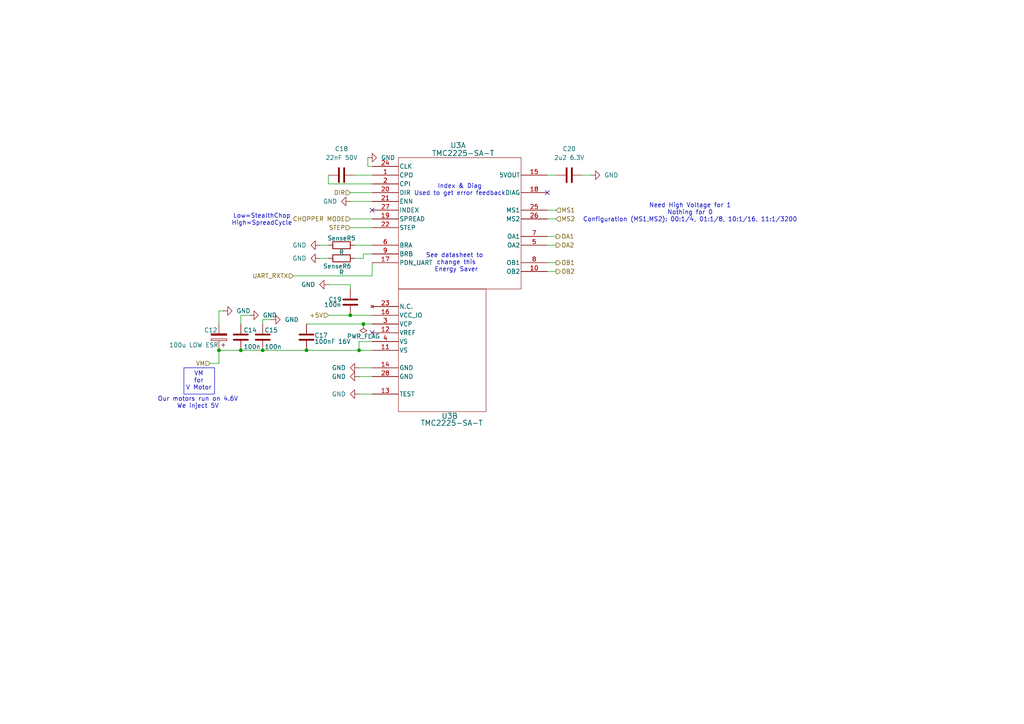
<source format=kicad_sch>
(kicad_sch
	(version 20250114)
	(generator "eeschema")
	(generator_version "9.0")
	(uuid "cc13ac95-f434-4b7d-b80d-62272547d9b9")
	(paper "A4")
	(lib_symbols
		(symbol "Device:C"
			(pin_numbers
				(hide yes)
			)
			(pin_names
				(offset 0.254)
			)
			(exclude_from_sim no)
			(in_bom yes)
			(on_board yes)
			(property "Reference" "C"
				(at 0.635 2.54 0)
				(effects
					(font
						(size 1.27 1.27)
					)
					(justify left)
				)
			)
			(property "Value" "C"
				(at 0.635 -2.54 0)
				(effects
					(font
						(size 1.27 1.27)
					)
					(justify left)
				)
			)
			(property "Footprint" ""
				(at 0.9652 -3.81 0)
				(effects
					(font
						(size 1.27 1.27)
					)
					(hide yes)
				)
			)
			(property "Datasheet" "~"
				(at 0 0 0)
				(effects
					(font
						(size 1.27 1.27)
					)
					(hide yes)
				)
			)
			(property "Description" "Unpolarized capacitor"
				(at 0 0 0)
				(effects
					(font
						(size 1.27 1.27)
					)
					(hide yes)
				)
			)
			(property "ki_keywords" "cap capacitor"
				(at 0 0 0)
				(effects
					(font
						(size 1.27 1.27)
					)
					(hide yes)
				)
			)
			(property "ki_fp_filters" "C_*"
				(at 0 0 0)
				(effects
					(font
						(size 1.27 1.27)
					)
					(hide yes)
				)
			)
			(symbol "C_0_1"
				(polyline
					(pts
						(xy -2.032 0.762) (xy 2.032 0.762)
					)
					(stroke
						(width 0.508)
						(type default)
					)
					(fill
						(type none)
					)
				)
				(polyline
					(pts
						(xy -2.032 -0.762) (xy 2.032 -0.762)
					)
					(stroke
						(width 0.508)
						(type default)
					)
					(fill
						(type none)
					)
				)
			)
			(symbol "C_1_1"
				(pin passive line
					(at 0 3.81 270)
					(length 2.794)
					(name "~"
						(effects
							(font
								(size 1.27 1.27)
							)
						)
					)
					(number "1"
						(effects
							(font
								(size 1.27 1.27)
							)
						)
					)
				)
				(pin passive line
					(at 0 -3.81 90)
					(length 2.794)
					(name "~"
						(effects
							(font
								(size 1.27 1.27)
							)
						)
					)
					(number "2"
						(effects
							(font
								(size 1.27 1.27)
							)
						)
					)
				)
			)
			(embedded_fonts no)
		)
		(symbol "Device:C_Polarized"
			(pin_numbers
				(hide yes)
			)
			(pin_names
				(offset 0.254)
			)
			(exclude_from_sim no)
			(in_bom yes)
			(on_board yes)
			(property "Reference" "C"
				(at 0.635 2.54 0)
				(effects
					(font
						(size 1.27 1.27)
					)
					(justify left)
				)
			)
			(property "Value" "C_Polarized"
				(at 0.635 -2.54 0)
				(effects
					(font
						(size 1.27 1.27)
					)
					(justify left)
				)
			)
			(property "Footprint" ""
				(at 0.9652 -3.81 0)
				(effects
					(font
						(size 1.27 1.27)
					)
					(hide yes)
				)
			)
			(property "Datasheet" "~"
				(at 0 0 0)
				(effects
					(font
						(size 1.27 1.27)
					)
					(hide yes)
				)
			)
			(property "Description" "Polarized capacitor"
				(at 0 0 0)
				(effects
					(font
						(size 1.27 1.27)
					)
					(hide yes)
				)
			)
			(property "ki_keywords" "cap capacitor"
				(at 0 0 0)
				(effects
					(font
						(size 1.27 1.27)
					)
					(hide yes)
				)
			)
			(property "ki_fp_filters" "CP_*"
				(at 0 0 0)
				(effects
					(font
						(size 1.27 1.27)
					)
					(hide yes)
				)
			)
			(symbol "C_Polarized_0_1"
				(rectangle
					(start -2.286 0.508)
					(end 2.286 1.016)
					(stroke
						(width 0)
						(type default)
					)
					(fill
						(type none)
					)
				)
				(polyline
					(pts
						(xy -1.778 2.286) (xy -0.762 2.286)
					)
					(stroke
						(width 0)
						(type default)
					)
					(fill
						(type none)
					)
				)
				(polyline
					(pts
						(xy -1.27 2.794) (xy -1.27 1.778)
					)
					(stroke
						(width 0)
						(type default)
					)
					(fill
						(type none)
					)
				)
				(rectangle
					(start 2.286 -0.508)
					(end -2.286 -1.016)
					(stroke
						(width 0)
						(type default)
					)
					(fill
						(type outline)
					)
				)
			)
			(symbol "C_Polarized_1_1"
				(pin passive line
					(at 0 3.81 270)
					(length 2.794)
					(name "~"
						(effects
							(font
								(size 1.27 1.27)
							)
						)
					)
					(number "1"
						(effects
							(font
								(size 1.27 1.27)
							)
						)
					)
				)
				(pin passive line
					(at 0 -3.81 90)
					(length 2.794)
					(name "~"
						(effects
							(font
								(size 1.27 1.27)
							)
						)
					)
					(number "2"
						(effects
							(font
								(size 1.27 1.27)
							)
						)
					)
				)
			)
			(embedded_fonts no)
		)
		(symbol "Device:R"
			(pin_numbers
				(hide yes)
			)
			(pin_names
				(offset 0)
			)
			(exclude_from_sim no)
			(in_bom yes)
			(on_board yes)
			(property "Reference" "R"
				(at 2.032 0 90)
				(effects
					(font
						(size 1.27 1.27)
					)
				)
			)
			(property "Value" "R"
				(at 0 0 90)
				(effects
					(font
						(size 1.27 1.27)
					)
				)
			)
			(property "Footprint" ""
				(at -1.778 0 90)
				(effects
					(font
						(size 1.27 1.27)
					)
					(hide yes)
				)
			)
			(property "Datasheet" "~"
				(at 0 0 0)
				(effects
					(font
						(size 1.27 1.27)
					)
					(hide yes)
				)
			)
			(property "Description" "Resistor"
				(at 0 0 0)
				(effects
					(font
						(size 1.27 1.27)
					)
					(hide yes)
				)
			)
			(property "ki_keywords" "R res resistor"
				(at 0 0 0)
				(effects
					(font
						(size 1.27 1.27)
					)
					(hide yes)
				)
			)
			(property "ki_fp_filters" "R_*"
				(at 0 0 0)
				(effects
					(font
						(size 1.27 1.27)
					)
					(hide yes)
				)
			)
			(symbol "R_0_1"
				(rectangle
					(start -1.016 -2.54)
					(end 1.016 2.54)
					(stroke
						(width 0.254)
						(type default)
					)
					(fill
						(type none)
					)
				)
			)
			(symbol "R_1_1"
				(pin passive line
					(at 0 3.81 270)
					(length 1.27)
					(name "~"
						(effects
							(font
								(size 1.27 1.27)
							)
						)
					)
					(number "1"
						(effects
							(font
								(size 1.27 1.27)
							)
						)
					)
				)
				(pin passive line
					(at 0 -3.81 90)
					(length 1.27)
					(name "~"
						(effects
							(font
								(size 1.27 1.27)
							)
						)
					)
					(number "2"
						(effects
							(font
								(size 1.27 1.27)
							)
						)
					)
				)
			)
			(embedded_fonts no)
		)
		(symbol "TMC2225-SA-T:TMC2225-SA-T"
			(pin_names
				(offset 0.254)
			)
			(exclude_from_sim no)
			(in_bom yes)
			(on_board yes)
			(property "Reference" "U1"
				(at 25.4 10.16 0)
				(effects
					(font
						(size 1.524 1.524)
					)
				)
			)
			(property "Value" "TMC2225-SA-T"
				(at 25.4 7.62 0)
				(effects
					(font
						(size 1.524 1.524)
					)
				)
			)
			(property "Footprint" "HTSSOP28_TMC2225_TRI"
				(at 0 0 0)
				(effects
					(font
						(size 1.27 1.27)
						(italic yes)
					)
					(hide yes)
				)
			)
			(property "Datasheet" "TMC2225-SA-T"
				(at 0 0 0)
				(effects
					(font
						(size 1.27 1.27)
						(italic yes)
					)
					(hide yes)
				)
			)
			(property "Description" ""
				(at 0 0 0)
				(effects
					(font
						(size 1.27 1.27)
					)
					(hide yes)
				)
			)
			(property "ki_locked" ""
				(at 0 0 0)
				(effects
					(font
						(size 1.27 1.27)
					)
				)
			)
			(property "ki_keywords" "TMC2225-SA-T"
				(at 0 0 0)
				(effects
					(font
						(size 1.27 1.27)
					)
					(hide yes)
				)
			)
			(property "ki_fp_filters" "HTSSOP28_TMC2225_TRI HTSSOP28_TMC2225_TRI-M HTSSOP28_TMC2225_TRI-L"
				(at 0 0 0)
				(effects
					(font
						(size 1.27 1.27)
					)
					(hide yes)
				)
			)
			(symbol "TMC2225-SA-T_1_1"
				(polyline
					(pts
						(xy 7.62 5.08) (xy 7.62 -33.02)
					)
					(stroke
						(width 0.127)
						(type default)
					)
					(fill
						(type none)
					)
				)
				(polyline
					(pts
						(xy 7.62 -33.02) (xy 43.18 -33.02)
					)
					(stroke
						(width 0.127)
						(type default)
					)
					(fill
						(type none)
					)
				)
				(polyline
					(pts
						(xy 43.18 5.08) (xy 7.62 5.08)
					)
					(stroke
						(width 0.127)
						(type default)
					)
					(fill
						(type none)
					)
				)
				(polyline
					(pts
						(xy 43.18 -33.02) (xy 43.18 5.08)
					)
					(stroke
						(width 0.127)
						(type default)
					)
					(fill
						(type none)
					)
				)
				(pin input line
					(at 0 2.54 0)
					(length 7.62)
					(name "CLK"
						(effects
							(font
								(size 1.27 1.27)
							)
						)
					)
					(number "24"
						(effects
							(font
								(size 1.27 1.27)
							)
						)
					)
				)
				(pin output line
					(at 0 0 0)
					(length 7.62)
					(name "CPO"
						(effects
							(font
								(size 1.27 1.27)
							)
						)
					)
					(number "1"
						(effects
							(font
								(size 1.27 1.27)
							)
						)
					)
				)
				(pin input line
					(at 0 -2.54 0)
					(length 7.62)
					(name "CPI"
						(effects
							(font
								(size 1.27 1.27)
							)
						)
					)
					(number "2"
						(effects
							(font
								(size 1.27 1.27)
							)
						)
					)
				)
				(pin input line
					(at 0 -5.08 0)
					(length 7.62)
					(name "DIR"
						(effects
							(font
								(size 1.27 1.27)
							)
						)
					)
					(number "20"
						(effects
							(font
								(size 1.27 1.27)
							)
						)
					)
				)
				(pin input line
					(at 0 -7.62 0)
					(length 7.62)
					(name "ENN"
						(effects
							(font
								(size 1.27 1.27)
							)
						)
					)
					(number "21"
						(effects
							(font
								(size 1.27 1.27)
							)
						)
					)
				)
				(pin input line
					(at 0 -10.16 0)
					(length 7.62)
					(name "INDEX"
						(effects
							(font
								(size 1.27 1.27)
							)
						)
					)
					(number "27"
						(effects
							(font
								(size 1.27 1.27)
							)
						)
					)
				)
				(pin input line
					(at 0 -12.7 0)
					(length 7.62)
					(name "SPREAD"
						(effects
							(font
								(size 1.27 1.27)
							)
						)
					)
					(number "19"
						(effects
							(font
								(size 1.27 1.27)
							)
						)
					)
				)
				(pin input line
					(at 0 -15.24 0)
					(length 7.62)
					(name "STEP"
						(effects
							(font
								(size 1.27 1.27)
							)
						)
					)
					(number "22"
						(effects
							(font
								(size 1.27 1.27)
							)
						)
					)
				)
				(pin unspecified line
					(at 0 -20.32 0)
					(length 7.62)
					(name "BRA"
						(effects
							(font
								(size 1.27 1.27)
							)
						)
					)
					(number "6"
						(effects
							(font
								(size 1.27 1.27)
							)
						)
					)
				)
				(pin unspecified line
					(at 0 -22.86 0)
					(length 7.62)
					(name "BRB"
						(effects
							(font
								(size 1.27 1.27)
							)
						)
					)
					(number "9"
						(effects
							(font
								(size 1.27 1.27)
							)
						)
					)
				)
				(pin bidirectional line
					(at 0 -25.4 0)
					(length 7.62)
					(name "PDN_UART"
						(effects
							(font
								(size 1.27 1.27)
							)
						)
					)
					(number "17"
						(effects
							(font
								(size 1.27 1.27)
							)
						)
					)
				)
				(pin output line
					(at 50.8 0 180)
					(length 7.62)
					(name "5VOUT"
						(effects
							(font
								(size 1.27 1.27)
							)
						)
					)
					(number "15"
						(effects
							(font
								(size 1.27 1.27)
							)
						)
					)
				)
				(pin output line
					(at 50.8 -5.08 180)
					(length 7.62)
					(name "DIAG"
						(effects
							(font
								(size 1.27 1.27)
							)
						)
					)
					(number "18"
						(effects
							(font
								(size 1.27 1.27)
							)
						)
					)
				)
				(pin bidirectional line
					(at 50.8 -10.16 180)
					(length 7.62)
					(name "MS1"
						(effects
							(font
								(size 1.27 1.27)
							)
						)
					)
					(number "25"
						(effects
							(font
								(size 1.27 1.27)
							)
						)
					)
				)
				(pin bidirectional line
					(at 50.8 -12.7 180)
					(length 7.62)
					(name "MS2"
						(effects
							(font
								(size 1.27 1.27)
							)
						)
					)
					(number "26"
						(effects
							(font
								(size 1.27 1.27)
							)
						)
					)
				)
				(pin bidirectional line
					(at 50.8 -17.78 180)
					(length 7.62)
					(name "OA1"
						(effects
							(font
								(size 1.27 1.27)
							)
						)
					)
					(number "7"
						(effects
							(font
								(size 1.27 1.27)
							)
						)
					)
				)
				(pin bidirectional line
					(at 50.8 -20.32 180)
					(length 7.62)
					(name "OA2"
						(effects
							(font
								(size 1.27 1.27)
							)
						)
					)
					(number "5"
						(effects
							(font
								(size 1.27 1.27)
							)
						)
					)
				)
				(pin bidirectional line
					(at 50.8 -25.4 180)
					(length 7.62)
					(name "OB1"
						(effects
							(font
								(size 1.27 1.27)
							)
						)
					)
					(number "8"
						(effects
							(font
								(size 1.27 1.27)
							)
						)
					)
				)
				(pin bidirectional line
					(at 50.8 -27.94 180)
					(length 7.62)
					(name "OB2"
						(effects
							(font
								(size 1.27 1.27)
							)
						)
					)
					(number "10"
						(effects
							(font
								(size 1.27 1.27)
							)
						)
					)
				)
			)
			(symbol "TMC2225-SA-T_2_1"
				(polyline
					(pts
						(xy 7.62 5.08) (xy 7.62 -30.48)
					)
					(stroke
						(width 0.127)
						(type default)
					)
					(fill
						(type none)
					)
				)
				(polyline
					(pts
						(xy 7.62 -30.48) (xy 33.02 -30.48)
					)
					(stroke
						(width 0.127)
						(type default)
					)
					(fill
						(type none)
					)
				)
				(polyline
					(pts
						(xy 33.02 5.08) (xy 7.62 5.08)
					)
					(stroke
						(width 0.127)
						(type default)
					)
					(fill
						(type none)
					)
				)
				(polyline
					(pts
						(xy 33.02 -30.48) (xy 33.02 5.08)
					)
					(stroke
						(width 0.127)
						(type default)
					)
					(fill
						(type none)
					)
				)
				(pin no_connect line
					(at 0 0 0)
					(length 7.62)
					(name "N.C."
						(effects
							(font
								(size 1.27 1.27)
							)
						)
					)
					(number "23"
						(effects
							(font
								(size 1.27 1.27)
							)
						)
					)
				)
				(pin power_in line
					(at 0 -2.54 0)
					(length 7.62)
					(name "VCC_IO"
						(effects
							(font
								(size 1.27 1.27)
							)
						)
					)
					(number "16"
						(effects
							(font
								(size 1.27 1.27)
							)
						)
					)
				)
				(pin power_in line
					(at 0 -5.08 0)
					(length 7.62)
					(name "VCP"
						(effects
							(font
								(size 1.27 1.27)
							)
						)
					)
					(number "3"
						(effects
							(font
								(size 1.27 1.27)
							)
						)
					)
				)
				(pin power_in line
					(at 0 -7.62 0)
					(length 7.62)
					(name "VREF"
						(effects
							(font
								(size 1.27 1.27)
							)
						)
					)
					(number "12"
						(effects
							(font
								(size 1.27 1.27)
							)
						)
					)
				)
				(pin power_in line
					(at 0 -10.16 0)
					(length 7.62)
					(name "VS"
						(effects
							(font
								(size 1.27 1.27)
							)
						)
					)
					(number "4"
						(effects
							(font
								(size 1.27 1.27)
							)
						)
					)
				)
				(pin power_in line
					(at 0 -12.7 0)
					(length 7.62)
					(name "VS"
						(effects
							(font
								(size 1.27 1.27)
							)
						)
					)
					(number "11"
						(effects
							(font
								(size 1.27 1.27)
							)
						)
					)
				)
				(pin power_out line
					(at 0 -17.78 0)
					(length 7.62)
					(name "GND"
						(effects
							(font
								(size 1.27 1.27)
							)
						)
					)
					(number "14"
						(effects
							(font
								(size 1.27 1.27)
							)
						)
					)
				)
				(pin power_out line
					(at 0 -20.32 0)
					(length 7.62)
					(name "GND"
						(effects
							(font
								(size 1.27 1.27)
							)
						)
					)
					(number "28"
						(effects
							(font
								(size 1.27 1.27)
							)
						)
					)
				)
				(pin power_out line
					(at 0 -25.4 0)
					(length 7.62)
					(name "TEST"
						(effects
							(font
								(size 1.27 1.27)
							)
						)
					)
					(number "13"
						(effects
							(font
								(size 1.27 1.27)
							)
						)
					)
				)
			)
			(embedded_fonts no)
		)
		(symbol "power:GND"
			(power)
			(pin_numbers
				(hide yes)
			)
			(pin_names
				(offset 0)
				(hide yes)
			)
			(exclude_from_sim no)
			(in_bom yes)
			(on_board yes)
			(property "Reference" "#PWR"
				(at 0 -6.35 0)
				(effects
					(font
						(size 1.27 1.27)
					)
					(hide yes)
				)
			)
			(property "Value" "GND"
				(at 0 -3.81 0)
				(effects
					(font
						(size 1.27 1.27)
					)
				)
			)
			(property "Footprint" ""
				(at 0 0 0)
				(effects
					(font
						(size 1.27 1.27)
					)
					(hide yes)
				)
			)
			(property "Datasheet" ""
				(at 0 0 0)
				(effects
					(font
						(size 1.27 1.27)
					)
					(hide yes)
				)
			)
			(property "Description" "Power symbol creates a global label with name \"GND\" , ground"
				(at 0 0 0)
				(effects
					(font
						(size 1.27 1.27)
					)
					(hide yes)
				)
			)
			(property "ki_keywords" "global power"
				(at 0 0 0)
				(effects
					(font
						(size 1.27 1.27)
					)
					(hide yes)
				)
			)
			(symbol "GND_0_1"
				(polyline
					(pts
						(xy 0 0) (xy 0 -1.27) (xy 1.27 -1.27) (xy 0 -2.54) (xy -1.27 -1.27) (xy 0 -1.27)
					)
					(stroke
						(width 0)
						(type default)
					)
					(fill
						(type none)
					)
				)
			)
			(symbol "GND_1_1"
				(pin power_in line
					(at 0 0 270)
					(length 0)
					(name "~"
						(effects
							(font
								(size 1.27 1.27)
							)
						)
					)
					(number "1"
						(effects
							(font
								(size 1.27 1.27)
							)
						)
					)
				)
			)
			(embedded_fonts no)
		)
		(symbol "power:PWR_FLAG"
			(power)
			(pin_numbers
				(hide yes)
			)
			(pin_names
				(offset 0)
				(hide yes)
			)
			(exclude_from_sim no)
			(in_bom yes)
			(on_board yes)
			(property "Reference" "#FLG"
				(at 0 1.905 0)
				(effects
					(font
						(size 1.27 1.27)
					)
					(hide yes)
				)
			)
			(property "Value" "PWR_FLAG"
				(at 0 3.81 0)
				(effects
					(font
						(size 1.27 1.27)
					)
				)
			)
			(property "Footprint" ""
				(at 0 0 0)
				(effects
					(font
						(size 1.27 1.27)
					)
					(hide yes)
				)
			)
			(property "Datasheet" "~"
				(at 0 0 0)
				(effects
					(font
						(size 1.27 1.27)
					)
					(hide yes)
				)
			)
			(property "Description" "Special symbol for telling ERC where power comes from"
				(at 0 0 0)
				(effects
					(font
						(size 1.27 1.27)
					)
					(hide yes)
				)
			)
			(property "ki_keywords" "flag power"
				(at 0 0 0)
				(effects
					(font
						(size 1.27 1.27)
					)
					(hide yes)
				)
			)
			(symbol "PWR_FLAG_0_0"
				(pin power_out line
					(at 0 0 90)
					(length 0)
					(name "~"
						(effects
							(font
								(size 1.27 1.27)
							)
						)
					)
					(number "1"
						(effects
							(font
								(size 1.27 1.27)
							)
						)
					)
				)
			)
			(symbol "PWR_FLAG_0_1"
				(polyline
					(pts
						(xy 0 0) (xy 0 1.27) (xy -1.016 1.905) (xy 0 2.54) (xy 1.016 1.905) (xy 0 1.27)
					)
					(stroke
						(width 0)
						(type default)
					)
					(fill
						(type none)
					)
				)
			)
			(embedded_fonts no)
		)
	)
	(rectangle
		(start 53.34 106.68)
		(end 62.23 114.3)
		(stroke
			(width 0)
			(type default)
		)
		(fill
			(type none)
		)
		(uuid 72f78442-fb81-4165-a6f1-4606c3dd117e)
	)
	(text "VM\nfor\nV Motor\n"
		(exclude_from_sim no)
		(at 57.658 110.49 0)
		(effects
			(font
				(size 1.27 1.27)
			)
		)
		(uuid "2a187aea-4431-4084-8e53-266f934d1f47")
	)
	(text "Low=StealthChop\nHigh=SpreadCycle"
		(exclude_from_sim no)
		(at 75.946 63.754 0)
		(effects
			(font
				(size 1.27 1.27)
			)
		)
		(uuid "4d391018-d72f-42e5-a991-8e8fa99f9712")
	)
	(text "See datasheet to \nchange this\nEnergy Saver\n"
		(exclude_from_sim no)
		(at 132.334 76.2 0)
		(effects
			(font
				(size 1.27 1.27)
			)
		)
		(uuid "6180adb4-a649-4437-9e28-c2315d2b3d7e")
	)
	(text "Our motors run on 4.6V\nWe inject 5V"
		(exclude_from_sim no)
		(at 57.404 116.84 0)
		(effects
			(font
				(size 1.27 1.27)
			)
		)
		(uuid "64724e9b-f4f1-486e-8c71-f93be7804b35")
	)
	(text "Index & Diag\nUsed to get error feedback\n"
		(exclude_from_sim no)
		(at 133.35 55.118 0)
		(effects
			(font
				(size 1.27 1.27)
			)
		)
		(uuid "e77f5f16-db7f-4de5-b828-69662438860c")
	)
	(text "Need High Voltage for 1\nNothing for 0\nConfiguration (MS1,MS2): 00:1/4, 01:1/8, 10:1/16, 11:1/3200"
		(exclude_from_sim no)
		(at 200.152 61.722 0)
		(effects
			(font
				(size 1.27 1.27)
			)
		)
		(uuid "f6c9df48-1b8f-4bbe-be75-09108025e6d3")
	)
	(junction
		(at 88.9 101.6)
		(diameter 0)
		(color 0 0 0 0)
		(uuid "2b630fe2-3252-42b5-81b0-4394f59fba16")
	)
	(junction
		(at 104.14 101.6)
		(diameter 0)
		(color 0 0 0 0)
		(uuid "2d9408b7-e0cb-40d3-95a2-b4e5e30c232d")
	)
	(junction
		(at 69.85 101.6)
		(diameter 0)
		(color 0 0 0 0)
		(uuid "38f2358e-6358-4a8b-bbca-545a02751189")
	)
	(junction
		(at 63.5 101.6)
		(diameter 0)
		(color 0 0 0 0)
		(uuid "43ee3727-a0a4-4c8d-bd43-57fdc5cbd77f")
	)
	(junction
		(at 101.6 91.44)
		(diameter 0)
		(color 0 0 0 0)
		(uuid "4d8e3bbf-549f-4ce4-a358-0806bfc4675a")
	)
	(junction
		(at 105.41 93.98)
		(diameter 0)
		(color 0 0 0 0)
		(uuid "8e9e659c-52bf-4a4b-89c5-7e78aef36301")
	)
	(junction
		(at 76.2 101.6)
		(diameter 0)
		(color 0 0 0 0)
		(uuid "d5c308c5-3da3-4a88-b81d-5a52fbced0ef")
	)
	(no_connect
		(at 107.95 60.96)
		(uuid "3cc4c478-a052-490e-8ca4-5e6ad8ccba36")
	)
	(no_connect
		(at 107.95 96.52)
		(uuid "b9cc3801-fe47-4235-8e0c-349ccf173511")
	)
	(no_connect
		(at 158.75 55.88)
		(uuid "cf47328d-7043-48e3-b019-1fcb02e6f69c")
	)
	(wire
		(pts
			(xy 107.95 48.26) (xy 106.68 48.26)
		)
		(stroke
			(width 0)
			(type default)
		)
		(uuid "005a3193-6546-420d-b186-4aa476ca43f8")
	)
	(wire
		(pts
			(xy 76.2 93.98) (xy 76.2 92.71)
		)
		(stroke
			(width 0)
			(type default)
		)
		(uuid "04df2033-2b11-49a3-a52a-82566ab7446c")
	)
	(wire
		(pts
			(xy 101.6 55.88) (xy 107.95 55.88)
		)
		(stroke
			(width 0)
			(type default)
		)
		(uuid "0ede1ff4-4a96-4e46-9d3f-bb66459bd4b3")
	)
	(wire
		(pts
			(xy 158.75 78.74) (xy 161.29 78.74)
		)
		(stroke
			(width 0)
			(type default)
		)
		(uuid "130d88ab-0856-483a-b7ca-9cfb05309e34")
	)
	(wire
		(pts
			(xy 104.14 106.68) (xy 107.95 106.68)
		)
		(stroke
			(width 0)
			(type default)
		)
		(uuid "131e2084-fd69-459c-9108-ee2092cdba7a")
	)
	(wire
		(pts
			(xy 63.5 105.41) (xy 63.5 101.6)
		)
		(stroke
			(width 0)
			(type default)
		)
		(uuid "1384fc69-701b-467a-8e14-cfe03339f913")
	)
	(wire
		(pts
			(xy 101.6 63.5) (xy 107.95 63.5)
		)
		(stroke
			(width 0)
			(type default)
		)
		(uuid "14631e67-7b62-4e7c-9f4e-233df80fdba4")
	)
	(wire
		(pts
			(xy 101.6 82.55) (xy 101.6 83.82)
		)
		(stroke
			(width 0)
			(type default)
		)
		(uuid "158d4855-7396-452d-9fad-fb66cea260f1")
	)
	(wire
		(pts
			(xy 158.75 76.2) (xy 161.29 76.2)
		)
		(stroke
			(width 0)
			(type default)
		)
		(uuid "18a8b7d2-a1f8-4669-8928-0e8ca18e2fab")
	)
	(wire
		(pts
			(xy 106.68 48.26) (xy 106.68 45.72)
		)
		(stroke
			(width 0)
			(type default)
		)
		(uuid "1f1d2e74-4d3c-4574-9e8f-a32b66abfdbe")
	)
	(wire
		(pts
			(xy 88.9 101.6) (xy 104.14 101.6)
		)
		(stroke
			(width 0)
			(type default)
		)
		(uuid "2ed6e12f-4662-4797-a71b-8e3254a221ca")
	)
	(wire
		(pts
			(xy 158.75 68.58) (xy 161.29 68.58)
		)
		(stroke
			(width 0)
			(type default)
		)
		(uuid "333e1ad8-148d-472f-9dea-d933c2bcd6a9")
	)
	(wire
		(pts
			(xy 104.14 99.06) (xy 104.14 101.6)
		)
		(stroke
			(width 0)
			(type default)
		)
		(uuid "33960b43-bf88-4b16-ab7e-e09e0506a7af")
	)
	(wire
		(pts
			(xy 95.25 82.55) (xy 101.6 82.55)
		)
		(stroke
			(width 0)
			(type default)
		)
		(uuid "376caaaf-cd98-4d14-b921-04dba5679b29")
	)
	(wire
		(pts
			(xy 88.9 93.98) (xy 105.41 93.98)
		)
		(stroke
			(width 0)
			(type default)
		)
		(uuid "399b9f28-2fd4-4899-bcf4-995eb3a5ec1b")
	)
	(wire
		(pts
			(xy 107.95 53.34) (xy 95.25 53.34)
		)
		(stroke
			(width 0)
			(type default)
		)
		(uuid "43e9e629-2249-4f8d-8f73-3226f1a8b732")
	)
	(wire
		(pts
			(xy 63.5 90.17) (xy 64.77 90.17)
		)
		(stroke
			(width 0)
			(type default)
		)
		(uuid "44f96bbe-e4bb-4aaa-8c22-59efee961408")
	)
	(wire
		(pts
			(xy 69.85 101.6) (xy 76.2 101.6)
		)
		(stroke
			(width 0)
			(type default)
		)
		(uuid "4e02557f-ada7-4951-ab1f-068eda88186a")
	)
	(wire
		(pts
			(xy 168.91 50.8) (xy 171.45 50.8)
		)
		(stroke
			(width 0)
			(type default)
		)
		(uuid "4e81e306-8584-41c4-bcec-39e9f84fc699")
	)
	(wire
		(pts
			(xy 92.71 71.12) (xy 95.25 71.12)
		)
		(stroke
			(width 0)
			(type default)
		)
		(uuid "4f435656-d318-4205-93cc-80f5924f6c23")
	)
	(wire
		(pts
			(xy 101.6 66.04) (xy 107.95 66.04)
		)
		(stroke
			(width 0)
			(type default)
		)
		(uuid "508cd713-e75c-4561-9fc9-2ed3b223fde7")
	)
	(wire
		(pts
			(xy 107.95 76.2) (xy 107.95 80.01)
		)
		(stroke
			(width 0)
			(type default)
		)
		(uuid "53050c4e-2fc2-46ef-a623-dadee21572a5")
	)
	(wire
		(pts
			(xy 107.95 99.06) (xy 104.14 99.06)
		)
		(stroke
			(width 0)
			(type default)
		)
		(uuid "61ce3efb-9ab3-480e-b633-2be3b71e5b23")
	)
	(wire
		(pts
			(xy 69.85 93.98) (xy 69.85 91.44)
		)
		(stroke
			(width 0)
			(type default)
		)
		(uuid "631f9f70-7904-45d0-b393-15752f13902e")
	)
	(wire
		(pts
			(xy 63.5 101.6) (xy 69.85 101.6)
		)
		(stroke
			(width 0)
			(type default)
		)
		(uuid "66fdbb44-236e-43e8-9a74-b4fb3f1c11e5")
	)
	(wire
		(pts
			(xy 104.14 109.22) (xy 107.95 109.22)
		)
		(stroke
			(width 0)
			(type default)
		)
		(uuid "799de036-4010-468b-8f01-50397bef284b")
	)
	(wire
		(pts
			(xy 101.6 58.42) (xy 107.95 58.42)
		)
		(stroke
			(width 0)
			(type default)
		)
		(uuid "7a30f3e8-b1f0-47aa-b41a-218a5b5b3571")
	)
	(wire
		(pts
			(xy 158.75 60.96) (xy 161.29 60.96)
		)
		(stroke
			(width 0)
			(type default)
		)
		(uuid "8a771d27-6a7a-4f80-a2eb-cc64758d30e4")
	)
	(wire
		(pts
			(xy 107.95 80.01) (xy 85.09 80.01)
		)
		(stroke
			(width 0)
			(type default)
		)
		(uuid "8c54b396-008b-449a-84e7-1a77d2d70d28")
	)
	(wire
		(pts
			(xy 76.2 101.6) (xy 88.9 101.6)
		)
		(stroke
			(width 0)
			(type default)
		)
		(uuid "8cc38b2d-ace8-455f-96fe-b3bb07e24785")
	)
	(wire
		(pts
			(xy 104.14 101.6) (xy 107.95 101.6)
		)
		(stroke
			(width 0)
			(type default)
		)
		(uuid "997ee416-da2b-453d-abdc-e355bb276e3a")
	)
	(wire
		(pts
			(xy 102.87 74.93) (xy 105.41 74.93)
		)
		(stroke
			(width 0)
			(type default)
		)
		(uuid "a1056117-8823-48eb-b1ce-c671139f42f4")
	)
	(wire
		(pts
			(xy 69.85 91.44) (xy 72.39 91.44)
		)
		(stroke
			(width 0)
			(type default)
		)
		(uuid "a1b7b3e1-00c3-4d7e-b47f-0a5eb0e2e3f9")
	)
	(wire
		(pts
			(xy 60.96 105.41) (xy 63.5 105.41)
		)
		(stroke
			(width 0)
			(type default)
		)
		(uuid "ae0a6068-bb46-4d62-84f4-ce3d3df33f0e")
	)
	(wire
		(pts
			(xy 63.5 93.98) (xy 63.5 90.17)
		)
		(stroke
			(width 0)
			(type default)
		)
		(uuid "b1f528a4-c2c2-45db-bb44-5bfe114ebcf6")
	)
	(wire
		(pts
			(xy 95.25 50.8) (xy 95.25 53.34)
		)
		(stroke
			(width 0)
			(type default)
		)
		(uuid "b545912c-1580-4728-9417-3e0662112cfc")
	)
	(wire
		(pts
			(xy 92.71 74.93) (xy 95.25 74.93)
		)
		(stroke
			(width 0)
			(type default)
		)
		(uuid "b711a183-fa36-4905-878c-807bfaec6beb")
	)
	(wire
		(pts
			(xy 101.6 91.44) (xy 107.95 91.44)
		)
		(stroke
			(width 0)
			(type default)
		)
		(uuid "b96973ec-6dd9-485e-8282-f1d12756c101")
	)
	(wire
		(pts
			(xy 158.75 63.5) (xy 161.29 63.5)
		)
		(stroke
			(width 0)
			(type default)
		)
		(uuid "bb68cff6-7e09-4d13-97d7-c74162b459a3")
	)
	(wire
		(pts
			(xy 158.75 50.8) (xy 161.29 50.8)
		)
		(stroke
			(width 0)
			(type default)
		)
		(uuid "bbe8c140-6f02-45d6-9e28-710a4d79f945")
	)
	(wire
		(pts
			(xy 95.25 91.44) (xy 101.6 91.44)
		)
		(stroke
			(width 0)
			(type default)
		)
		(uuid "bfdbfe8d-d10c-484d-b890-eb5c384360c1")
	)
	(wire
		(pts
			(xy 102.87 50.8) (xy 107.95 50.8)
		)
		(stroke
			(width 0)
			(type default)
		)
		(uuid "c4499c61-4d55-4455-806e-85c34e697e45")
	)
	(wire
		(pts
			(xy 105.41 73.66) (xy 107.95 73.66)
		)
		(stroke
			(width 0)
			(type default)
		)
		(uuid "c7091908-e4bc-410a-be67-276db7e51fdc")
	)
	(wire
		(pts
			(xy 104.14 114.3) (xy 107.95 114.3)
		)
		(stroke
			(width 0)
			(type default)
		)
		(uuid "c75e1c7e-c550-443e-b9e6-110b8ac90663")
	)
	(wire
		(pts
			(xy 105.41 74.93) (xy 105.41 73.66)
		)
		(stroke
			(width 0)
			(type default)
		)
		(uuid "cf2d1f90-37ad-4474-a608-9a6928f093a2")
	)
	(wire
		(pts
			(xy 76.2 92.71) (xy 78.74 92.71)
		)
		(stroke
			(width 0)
			(type default)
		)
		(uuid "db58fc0e-98d3-4249-bfa4-8bb0ba839063")
	)
	(wire
		(pts
			(xy 102.87 71.12) (xy 107.95 71.12)
		)
		(stroke
			(width 0)
			(type default)
		)
		(uuid "ddcb5fbf-6501-4df6-8639-c11819eb2934")
	)
	(wire
		(pts
			(xy 105.41 93.98) (xy 107.95 93.98)
		)
		(stroke
			(width 0)
			(type default)
		)
		(uuid "e1141396-f79d-482b-b846-b372bf1dd1b8")
	)
	(wire
		(pts
			(xy 158.75 71.12) (xy 161.29 71.12)
		)
		(stroke
			(width 0)
			(type default)
		)
		(uuid "f5628407-8f46-4863-8650-d41991119c71")
	)
	(hierarchical_label "DIR"
		(shape input)
		(at 101.6 55.88 180)
		(effects
			(font
				(size 1.27 1.27)
			)
			(justify right)
		)
		(uuid "177324fa-6b69-4bf8-aa44-22c2c0e06f1c")
	)
	(hierarchical_label "+5V"
		(shape input)
		(at 95.25 91.44 180)
		(effects
			(font
				(size 1.27 1.27)
			)
			(justify right)
		)
		(uuid "2be31c3f-2b71-47f1-8f68-e577f150d749")
	)
	(hierarchical_label "MS2"
		(shape input)
		(at 161.29 63.5 0)
		(effects
			(font
				(size 1.27 1.27)
			)
			(justify left)
		)
		(uuid "5c569b67-dbc0-45ee-b47b-d73f714dbdc4")
	)
	(hierarchical_label "CHOPPER MODE"
		(shape input)
		(at 101.6 63.5 180)
		(effects
			(font
				(size 1.27 1.27)
			)
			(justify right)
		)
		(uuid "669bcc5a-7095-46ea-9fa4-eaf60af41ed0")
	)
	(hierarchical_label "OB1"
		(shape output)
		(at 161.29 76.2 0)
		(effects
			(font
				(size 1.27 1.27)
			)
			(justify left)
		)
		(uuid "6f99e383-370e-43e4-ba5c-e2d7d0613831")
	)
	(hierarchical_label "VM"
		(shape input)
		(at 60.96 105.41 180)
		(effects
			(font
				(size 1.27 1.27)
			)
			(justify right)
		)
		(uuid "74484754-290c-449c-88f2-d8e6c27f91ed")
	)
	(hierarchical_label "UART_RXTX"
		(shape input)
		(at 85.09 80.01 180)
		(effects
			(font
				(size 1.27 1.27)
			)
			(justify right)
		)
		(uuid "890d5923-b94d-4a68-b60e-85294b1f6952")
	)
	(hierarchical_label "OB2"
		(shape output)
		(at 161.29 78.74 0)
		(effects
			(font
				(size 1.27 1.27)
			)
			(justify left)
		)
		(uuid "8c8973f4-243e-414b-95c4-cdc82d42c652")
	)
	(hierarchical_label "OA1"
		(shape output)
		(at 161.29 68.58 0)
		(effects
			(font
				(size 1.27 1.27)
			)
			(justify left)
		)
		(uuid "95795492-bffe-482e-8359-ea07a4ca27fa")
	)
	(hierarchical_label "STEP"
		(shape input)
		(at 101.6 66.04 180)
		(effects
			(font
				(size 1.27 1.27)
			)
			(justify right)
		)
		(uuid "95795bfc-fa0d-409b-8de3-9b4e8f02f305")
	)
	(hierarchical_label "OA2"
		(shape output)
		(at 161.29 71.12 0)
		(effects
			(font
				(size 1.27 1.27)
			)
			(justify left)
		)
		(uuid "bc60d4c5-7302-435f-8aa1-5f4dfa933126")
	)
	(hierarchical_label "MS1"
		(shape input)
		(at 161.29 60.96 0)
		(effects
			(font
				(size 1.27 1.27)
			)
			(justify left)
		)
		(uuid "d306aa5c-a8db-484d-af78-387540e3b740")
	)
	(symbol
		(lib_id "Device:C_Polarized")
		(at 63.5 97.79 180)
		(unit 1)
		(exclude_from_sim no)
		(in_bom yes)
		(on_board yes)
		(dnp no)
		(uuid "0057dd4e-91d2-4ea9-a02b-9dc6adcf8a2a")
		(property "Reference" "C22"
			(at 59.182 95.758 0)
			(effects
				(font
					(size 1.27 1.27)
				)
				(justify right)
			)
		)
		(property "Value" "100u LOW ESR"
			(at 49.022 100.076 0)
			(effects
				(font
					(size 1.27 1.27)
				)
				(justify right)
			)
		)
		(property "Footprint" ""
			(at 62.5348 93.98 0)
			(effects
				(font
					(size 1.27 1.27)
				)
				(hide yes)
			)
		)
		(property "Datasheet" "~"
			(at 63.5 97.79 0)
			(effects
				(font
					(size 1.27 1.27)
				)
				(hide yes)
			)
		)
		(property "Description" "Polarized capacitor"
			(at 63.5 97.79 0)
			(effects
				(font
					(size 1.27 1.27)
				)
				(hide yes)
			)
		)
		(pin "1"
			(uuid "c5159e9a-dde7-4281-b20c-b66781edfa79")
		)
		(pin "2"
			(uuid "815f3536-7f12-4949-9b41-bba319e0f373")
		)
		(instances
			(project "premier_jet"
				(path "/36d3f7e8-0ea0-47ce-aa05-c602f0df039a/038b460e-26c2-4ffb-a900-d66a9e1f3def"
					(reference "C12")
					(unit 1)
				)
				(path "/36d3f7e8-0ea0-47ce-aa05-c602f0df039a/8788187e-ff99-4e1b-8eaf-42d1f137c9be"
					(reference "C3")
					(unit 1)
				)
				(path "/36d3f7e8-0ea0-47ce-aa05-c602f0df039a/fbfd92f2-dab5-408f-a544-30223ba7d99a"
					(reference "C22")
					(unit 1)
				)
			)
		)
	)
	(symbol
		(lib_id "power:GND")
		(at 106.68 45.72 90)
		(unit 1)
		(exclude_from_sim no)
		(in_bom yes)
		(on_board yes)
		(dnp no)
		(fields_autoplaced yes)
		(uuid "01191369-9995-482f-a5f2-f3db84232e17")
		(property "Reference" "#PWR044"
			(at 113.03 45.72 0)
			(effects
				(font
					(size 1.27 1.27)
				)
				(hide yes)
			)
		)
		(property "Value" "GND"
			(at 110.49 45.7199 90)
			(effects
				(font
					(size 1.27 1.27)
				)
				(justify right)
			)
		)
		(property "Footprint" ""
			(at 106.68 45.72 0)
			(effects
				(font
					(size 1.27 1.27)
				)
				(hide yes)
			)
		)
		(property "Datasheet" ""
			(at 106.68 45.72 0)
			(effects
				(font
					(size 1.27 1.27)
				)
				(hide yes)
			)
		)
		(property "Description" "Power symbol creates a global label with name \"GND\" , ground"
			(at 106.68 45.72 0)
			(effects
				(font
					(size 1.27 1.27)
				)
				(hide yes)
			)
		)
		(pin "1"
			(uuid "fbceb6de-d5ea-4254-93a7-07d38b2ae8dd")
		)
		(instances
			(project "premier_jet"
				(path "/36d3f7e8-0ea0-47ce-aa05-c602f0df039a/038b460e-26c2-4ffb-a900-d66a9e1f3def"
					(reference "#PWR046")
					(unit 1)
				)
				(path "/36d3f7e8-0ea0-47ce-aa05-c602f0df039a/8788187e-ff99-4e1b-8eaf-42d1f137c9be"
					(reference "#PWR045")
					(unit 1)
				)
				(path "/36d3f7e8-0ea0-47ce-aa05-c602f0df039a/fbfd92f2-dab5-408f-a544-30223ba7d99a"
					(reference "#PWR044")
					(unit 1)
				)
			)
		)
	)
	(symbol
		(lib_id "power:PWR_FLAG")
		(at 105.41 93.98 180)
		(unit 1)
		(exclude_from_sim no)
		(in_bom yes)
		(on_board yes)
		(dnp no)
		(uuid "06d3a050-d3f6-477a-884c-6926b5ed6b46")
		(property "Reference" "#FLG01"
			(at 105.41 95.885 0)
			(effects
				(font
					(size 1.27 1.27)
				)
				(hide yes)
			)
		)
		(property "Value" "PWR_FLAG"
			(at 105.41 97.536 0)
			(effects
				(font
					(size 1.27 1.27)
				)
			)
		)
		(property "Footprint" ""
			(at 105.41 93.98 0)
			(effects
				(font
					(size 1.27 1.27)
				)
				(hide yes)
			)
		)
		(property "Datasheet" "~"
			(at 105.41 93.98 0)
			(effects
				(font
					(size 1.27 1.27)
				)
				(hide yes)
			)
		)
		(property "Description" "Special symbol for telling ERC where power comes from"
			(at 105.41 93.98 0)
			(effects
				(font
					(size 1.27 1.27)
				)
				(hide yes)
			)
		)
		(pin "1"
			(uuid "a9306981-5e9a-4757-bbaf-57e81f930494")
		)
		(instances
			(project ""
				(path "/36d3f7e8-0ea0-47ce-aa05-c602f0df039a/038b460e-26c2-4ffb-a900-d66a9e1f3def"
					(reference "#FLG03")
					(unit 1)
				)
				(path "/36d3f7e8-0ea0-47ce-aa05-c602f0df039a/8788187e-ff99-4e1b-8eaf-42d1f137c9be"
					(reference "#FLG02")
					(unit 1)
				)
				(path "/36d3f7e8-0ea0-47ce-aa05-c602f0df039a/fbfd92f2-dab5-408f-a544-30223ba7d99a"
					(reference "#FLG01")
					(unit 1)
				)
			)
		)
	)
	(symbol
		(lib_id "power:GND")
		(at 101.6 58.42 270)
		(unit 1)
		(exclude_from_sim no)
		(in_bom yes)
		(on_board yes)
		(dnp no)
		(fields_autoplaced yes)
		(uuid "09d362b6-5c67-4597-a4f5-e0bc1e10b3d0")
		(property "Reference" "#PWR041"
			(at 95.25 58.42 0)
			(effects
				(font
					(size 1.27 1.27)
				)
				(hide yes)
			)
		)
		(property "Value" "GND"
			(at 97.79 58.4199 90)
			(effects
				(font
					(size 1.27 1.27)
				)
				(justify right)
			)
		)
		(property "Footprint" ""
			(at 101.6 58.42 0)
			(effects
				(font
					(size 1.27 1.27)
				)
				(hide yes)
			)
		)
		(property "Datasheet" ""
			(at 101.6 58.42 0)
			(effects
				(font
					(size 1.27 1.27)
				)
				(hide yes)
			)
		)
		(property "Description" "Power symbol creates a global label with name \"GND\" , ground"
			(at 101.6 58.42 0)
			(effects
				(font
					(size 1.27 1.27)
				)
				(hide yes)
			)
		)
		(pin "1"
			(uuid "d84543e3-e89c-4b40-8798-5e5d5578acff")
		)
		(instances
			(project "premier_jet"
				(path "/36d3f7e8-0ea0-47ce-aa05-c602f0df039a/038b460e-26c2-4ffb-a900-d66a9e1f3def"
					(reference "#PWR043")
					(unit 1)
				)
				(path "/36d3f7e8-0ea0-47ce-aa05-c602f0df039a/8788187e-ff99-4e1b-8eaf-42d1f137c9be"
					(reference "#PWR042")
					(unit 1)
				)
				(path "/36d3f7e8-0ea0-47ce-aa05-c602f0df039a/fbfd92f2-dab5-408f-a544-30223ba7d99a"
					(reference "#PWR041")
					(unit 1)
				)
			)
		)
	)
	(symbol
		(lib_id "Device:C")
		(at 101.6 87.63 0)
		(unit 1)
		(exclude_from_sim no)
		(in_bom yes)
		(on_board yes)
		(dnp no)
		(uuid "0ad7da13-3bd4-470b-abaf-bca806b30810")
		(property "Reference" "C7"
			(at 95.25 86.868 0)
			(effects
				(font
					(size 1.27 1.27)
				)
				(justify left)
			)
		)
		(property "Value" "100n"
			(at 93.98 88.392 0)
			(effects
				(font
					(size 1.27 1.27)
				)
				(justify left)
			)
		)
		(property "Footprint" ""
			(at 102.5652 91.44 0)
			(effects
				(font
					(size 1.27 1.27)
				)
				(hide yes)
			)
		)
		(property "Datasheet" "~"
			(at 101.6 87.63 0)
			(effects
				(font
					(size 1.27 1.27)
				)
				(hide yes)
			)
		)
		(property "Description" "Unpolarized capacitor"
			(at 101.6 87.63 0)
			(effects
				(font
					(size 1.27 1.27)
				)
				(hide yes)
			)
		)
		(pin "2"
			(uuid "65e1053f-1cab-4c7e-9d7e-83bfaf8a8e20")
		)
		(pin "1"
			(uuid "a9579142-94a6-4c73-91c6-be3ce7d3ff9f")
		)
		(instances
			(project "premier_jet"
				(path "/36d3f7e8-0ea0-47ce-aa05-c602f0df039a/038b460e-26c2-4ffb-a900-d66a9e1f3def"
					(reference "C19")
					(unit 1)
				)
				(path "/36d3f7e8-0ea0-47ce-aa05-c602f0df039a/8788187e-ff99-4e1b-8eaf-42d1f137c9be"
					(reference "C9")
					(unit 1)
				)
				(path "/36d3f7e8-0ea0-47ce-aa05-c602f0df039a/fbfd92f2-dab5-408f-a544-30223ba7d99a"
					(reference "C7")
					(unit 1)
				)
			)
		)
	)
	(symbol
		(lib_id "power:GND")
		(at 171.45 50.8 90)
		(unit 1)
		(exclude_from_sim no)
		(in_bom yes)
		(on_board yes)
		(dnp no)
		(fields_autoplaced yes)
		(uuid "0f1db64a-db1b-43f6-b4ba-b34372c31c1b")
		(property "Reference" "#PWR047"
			(at 177.8 50.8 0)
			(effects
				(font
					(size 1.27 1.27)
				)
				(hide yes)
			)
		)
		(property "Value" "GND"
			(at 175.26 50.7999 90)
			(effects
				(font
					(size 1.27 1.27)
				)
				(justify right)
			)
		)
		(property "Footprint" ""
			(at 171.45 50.8 0)
			(effects
				(font
					(size 1.27 1.27)
				)
				(hide yes)
			)
		)
		(property "Datasheet" ""
			(at 171.45 50.8 0)
			(effects
				(font
					(size 1.27 1.27)
				)
				(hide yes)
			)
		)
		(property "Description" "Power symbol creates a global label with name \"GND\" , ground"
			(at 171.45 50.8 0)
			(effects
				(font
					(size 1.27 1.27)
				)
				(hide yes)
			)
		)
		(pin "1"
			(uuid "1e1305cf-3de6-4dc3-89e7-176d61184bdd")
		)
		(instances
			(project "premier_jet"
				(path "/36d3f7e8-0ea0-47ce-aa05-c602f0df039a/038b460e-26c2-4ffb-a900-d66a9e1f3def"
					(reference "#PWR049")
					(unit 1)
				)
				(path "/36d3f7e8-0ea0-47ce-aa05-c602f0df039a/8788187e-ff99-4e1b-8eaf-42d1f137c9be"
					(reference "#PWR048")
					(unit 1)
				)
				(path "/36d3f7e8-0ea0-47ce-aa05-c602f0df039a/fbfd92f2-dab5-408f-a544-30223ba7d99a"
					(reference "#PWR047")
					(unit 1)
				)
			)
		)
	)
	(symbol
		(lib_id "Device:R")
		(at 99.06 74.93 90)
		(unit 1)
		(exclude_from_sim no)
		(in_bom yes)
		(on_board yes)
		(dnp no)
		(uuid "13abb16b-fe46-42fb-a274-51e2a5a7859a")
		(property "Reference" "SenseR2"
			(at 97.79 77.216 90)
			(effects
				(font
					(size 1.27 1.27)
				)
			)
		)
		(property "Value" "R"
			(at 99.06 78.994 90)
			(effects
				(font
					(size 1.27 1.27)
				)
			)
		)
		(property "Footprint" ""
			(at 99.06 76.708 90)
			(effects
				(font
					(size 1.27 1.27)
				)
				(hide yes)
			)
		)
		(property "Datasheet" "~"
			(at 99.06 74.93 0)
			(effects
				(font
					(size 1.27 1.27)
				)
				(hide yes)
			)
		)
		(property "Description" "Resistor"
			(at 99.06 74.93 0)
			(effects
				(font
					(size 1.27 1.27)
				)
				(hide yes)
			)
		)
		(pin "2"
			(uuid "d73294d4-78f8-4e10-a688-b4a08199ea27")
		)
		(pin "1"
			(uuid "3c48caf0-ff75-49a5-ae72-9e0c9e720b8d")
		)
		(instances
			(project "premier_jet"
				(path "/36d3f7e8-0ea0-47ce-aa05-c602f0df039a/038b460e-26c2-4ffb-a900-d66a9e1f3def"
					(reference "SenseR6")
					(unit 1)
				)
				(path "/36d3f7e8-0ea0-47ce-aa05-c602f0df039a/8788187e-ff99-4e1b-8eaf-42d1f137c9be"
					(reference "SenseR4")
					(unit 1)
				)
				(path "/36d3f7e8-0ea0-47ce-aa05-c602f0df039a/fbfd92f2-dab5-408f-a544-30223ba7d99a"
					(reference "SenseR2")
					(unit 1)
				)
			)
		)
	)
	(symbol
		(lib_id "power:GND")
		(at 95.25 82.55 270)
		(unit 1)
		(exclude_from_sim no)
		(in_bom yes)
		(on_board yes)
		(dnp no)
		(fields_autoplaced yes)
		(uuid "254e1126-0a96-47d3-8a8f-e545a93c04ea")
		(property "Reference" "#PWR01"
			(at 88.9 82.55 0)
			(effects
				(font
					(size 1.27 1.27)
				)
				(hide yes)
			)
		)
		(property "Value" "GND"
			(at 91.44 82.5499 90)
			(effects
				(font
					(size 1.27 1.27)
				)
				(justify right)
			)
		)
		(property "Footprint" ""
			(at 95.25 82.55 0)
			(effects
				(font
					(size 1.27 1.27)
				)
				(hide yes)
			)
		)
		(property "Datasheet" ""
			(at 95.25 82.55 0)
			(effects
				(font
					(size 1.27 1.27)
				)
				(hide yes)
			)
		)
		(property "Description" "Power symbol creates a global label with name \"GND\" , ground"
			(at 95.25 82.55 0)
			(effects
				(font
					(size 1.27 1.27)
				)
				(hide yes)
			)
		)
		(pin "1"
			(uuid "0697996a-b969-443e-b36d-d5449b6adf37")
		)
		(instances
			(project "premier_jet"
				(path "/36d3f7e8-0ea0-47ce-aa05-c602f0df039a/038b460e-26c2-4ffb-a900-d66a9e1f3def"
					(reference "#PWR05")
					(unit 1)
				)
				(path "/36d3f7e8-0ea0-47ce-aa05-c602f0df039a/8788187e-ff99-4e1b-8eaf-42d1f137c9be"
					(reference "#PWR04")
					(unit 1)
				)
				(path "/36d3f7e8-0ea0-47ce-aa05-c602f0df039a/fbfd92f2-dab5-408f-a544-30223ba7d99a"
					(reference "#PWR01")
					(unit 1)
				)
			)
		)
	)
	(symbol
		(lib_id "power:GND")
		(at 72.39 91.44 90)
		(unit 1)
		(exclude_from_sim no)
		(in_bom yes)
		(on_board yes)
		(dnp no)
		(fields_autoplaced yes)
		(uuid "26ec1029-2564-47f9-afa3-b386d3316cf9")
		(property "Reference" "#PWR020"
			(at 78.74 91.44 0)
			(effects
				(font
					(size 1.27 1.27)
				)
				(hide yes)
			)
		)
		(property "Value" "GND"
			(at 76.2 91.4399 90)
			(effects
				(font
					(size 1.27 1.27)
				)
				(justify right)
			)
		)
		(property "Footprint" ""
			(at 72.39 91.44 0)
			(effects
				(font
					(size 1.27 1.27)
				)
				(hide yes)
			)
		)
		(property "Datasheet" ""
			(at 72.39 91.44 0)
			(effects
				(font
					(size 1.27 1.27)
				)
				(hide yes)
			)
		)
		(property "Description" "Power symbol creates a global label with name \"GND\" , ground"
			(at 72.39 91.44 0)
			(effects
				(font
					(size 1.27 1.27)
				)
				(hide yes)
			)
		)
		(pin "1"
			(uuid "cda884f4-7fb3-4170-bda1-3e79c1e4a990")
		)
		(instances
			(project "premier_jet"
				(path "/36d3f7e8-0ea0-47ce-aa05-c602f0df039a/038b460e-26c2-4ffb-a900-d66a9e1f3def"
					(reference "#PWR022")
					(unit 1)
				)
				(path "/36d3f7e8-0ea0-47ce-aa05-c602f0df039a/8788187e-ff99-4e1b-8eaf-42d1f137c9be"
					(reference "#PWR021")
					(unit 1)
				)
				(path "/36d3f7e8-0ea0-47ce-aa05-c602f0df039a/fbfd92f2-dab5-408f-a544-30223ba7d99a"
					(reference "#PWR020")
					(unit 1)
				)
			)
		)
	)
	(symbol
		(lib_id "power:GND")
		(at 104.14 109.22 270)
		(unit 1)
		(exclude_from_sim no)
		(in_bom yes)
		(on_board yes)
		(dnp no)
		(fields_autoplaced yes)
		(uuid "2c8e044e-cf78-4291-a6f9-22b4f7e51862")
		(property "Reference" "#PWR029"
			(at 97.79 109.22 0)
			(effects
				(font
					(size 1.27 1.27)
				)
				(hide yes)
			)
		)
		(property "Value" "GND"
			(at 100.33 109.2199 90)
			(effects
				(font
					(size 1.27 1.27)
				)
				(justify right)
			)
		)
		(property "Footprint" ""
			(at 104.14 109.22 0)
			(effects
				(font
					(size 1.27 1.27)
				)
				(hide yes)
			)
		)
		(property "Datasheet" ""
			(at 104.14 109.22 0)
			(effects
				(font
					(size 1.27 1.27)
				)
				(hide yes)
			)
		)
		(property "Description" "Power symbol creates a global label with name \"GND\" , ground"
			(at 104.14 109.22 0)
			(effects
				(font
					(size 1.27 1.27)
				)
				(hide yes)
			)
		)
		(pin "1"
			(uuid "3c90830d-b005-433f-93f8-3ab3f5d39b18")
		)
		(instances
			(project "premier_jet"
				(path "/36d3f7e8-0ea0-47ce-aa05-c602f0df039a/038b460e-26c2-4ffb-a900-d66a9e1f3def"
					(reference "#PWR031")
					(unit 1)
				)
				(path "/36d3f7e8-0ea0-47ce-aa05-c602f0df039a/8788187e-ff99-4e1b-8eaf-42d1f137c9be"
					(reference "#PWR030")
					(unit 1)
				)
				(path "/36d3f7e8-0ea0-47ce-aa05-c602f0df039a/fbfd92f2-dab5-408f-a544-30223ba7d99a"
					(reference "#PWR029")
					(unit 1)
				)
			)
		)
	)
	(symbol
		(lib_id "Device:C")
		(at 99.06 50.8 90)
		(unit 1)
		(exclude_from_sim no)
		(in_bom yes)
		(on_board yes)
		(dnp no)
		(fields_autoplaced yes)
		(uuid "32197aa5-15fb-4a9f-b612-0c9a806aea8a")
		(property "Reference" "C1"
			(at 99.06 43.18 90)
			(effects
				(font
					(size 1.27 1.27)
				)
			)
		)
		(property "Value" "22nF 50V"
			(at 99.06 45.72 90)
			(effects
				(font
					(size 1.27 1.27)
				)
			)
		)
		(property "Footprint" ""
			(at 102.87 49.8348 0)
			(effects
				(font
					(size 1.27 1.27)
				)
				(hide yes)
			)
		)
		(property "Datasheet" "~"
			(at 99.06 50.8 0)
			(effects
				(font
					(size 1.27 1.27)
				)
				(hide yes)
			)
		)
		(property "Description" "Unpolarized capacitor"
			(at 99.06 50.8 0)
			(effects
				(font
					(size 1.27 1.27)
				)
				(hide yes)
			)
		)
		(pin "1"
			(uuid "5eb557ae-5e86-4a2b-ac1e-ba79a1f759d3")
		)
		(pin "2"
			(uuid "58ed4b46-d8f7-4cdf-a4ce-603e94c80782")
		)
		(instances
			(project "premier_jet"
				(path "/36d3f7e8-0ea0-47ce-aa05-c602f0df039a/038b460e-26c2-4ffb-a900-d66a9e1f3def"
					(reference "C18")
					(unit 1)
				)
				(path "/36d3f7e8-0ea0-47ce-aa05-c602f0df039a/8788187e-ff99-4e1b-8eaf-42d1f137c9be"
					(reference "C8")
					(unit 1)
				)
				(path "/36d3f7e8-0ea0-47ce-aa05-c602f0df039a/fbfd92f2-dab5-408f-a544-30223ba7d99a"
					(reference "C1")
					(unit 1)
				)
			)
		)
	)
	(symbol
		(lib_id "power:GND")
		(at 64.77 90.17 90)
		(unit 1)
		(exclude_from_sim no)
		(in_bom yes)
		(on_board yes)
		(dnp no)
		(fields_autoplaced yes)
		(uuid "35bca2a1-b008-451b-9dfa-780bdcd71f7d")
		(property "Reference" "#PWR023"
			(at 71.12 90.17 0)
			(effects
				(font
					(size 1.27 1.27)
				)
				(hide yes)
			)
		)
		(property "Value" "GND"
			(at 68.58 90.1699 90)
			(effects
				(font
					(size 1.27 1.27)
				)
				(justify right)
			)
		)
		(property "Footprint" ""
			(at 64.77 90.17 0)
			(effects
				(font
					(size 1.27 1.27)
				)
				(hide yes)
			)
		)
		(property "Datasheet" ""
			(at 64.77 90.17 0)
			(effects
				(font
					(size 1.27 1.27)
				)
				(hide yes)
			)
		)
		(property "Description" "Power symbol creates a global label with name \"GND\" , ground"
			(at 64.77 90.17 0)
			(effects
				(font
					(size 1.27 1.27)
				)
				(hide yes)
			)
		)
		(pin "1"
			(uuid "f4eb6fde-e254-4f8d-bf16-4bba2dc9f36b")
		)
		(instances
			(project "premier_jet"
				(path "/36d3f7e8-0ea0-47ce-aa05-c602f0df039a/038b460e-26c2-4ffb-a900-d66a9e1f3def"
					(reference "#PWR025")
					(unit 1)
				)
				(path "/36d3f7e8-0ea0-47ce-aa05-c602f0df039a/8788187e-ff99-4e1b-8eaf-42d1f137c9be"
					(reference "#PWR024")
					(unit 1)
				)
				(path "/36d3f7e8-0ea0-47ce-aa05-c602f0df039a/fbfd92f2-dab5-408f-a544-30223ba7d99a"
					(reference "#PWR023")
					(unit 1)
				)
			)
		)
	)
	(symbol
		(lib_id "Device:C")
		(at 88.9 97.79 0)
		(unit 1)
		(exclude_from_sim no)
		(in_bom yes)
		(on_board yes)
		(dnp no)
		(uuid "40894b1d-abed-4915-9fce-4d57f703e988")
		(property "Reference" "C2"
			(at 91.186 97.282 0)
			(effects
				(font
					(size 1.27 1.27)
				)
				(justify left)
			)
		)
		(property "Value" "100nF 16V"
			(at 91.186 99.06 0)
			(effects
				(font
					(size 1.27 1.27)
				)
				(justify left)
			)
		)
		(property "Footprint" ""
			(at 89.8652 101.6 0)
			(effects
				(font
					(size 1.27 1.27)
				)
				(hide yes)
			)
		)
		(property "Datasheet" "~"
			(at 88.9 97.79 0)
			(effects
				(font
					(size 1.27 1.27)
				)
				(hide yes)
			)
		)
		(property "Description" "Unpolarized capacitor"
			(at 88.9 97.79 0)
			(effects
				(font
					(size 1.27 1.27)
				)
				(hide yes)
			)
		)
		(pin "2"
			(uuid "22b6000d-3618-45ce-83e8-a7d13c0d5260")
		)
		(pin "1"
			(uuid "9d1db37e-edee-4ee2-aa4d-c6e85427e27c")
		)
		(instances
			(project "premier_jet"
				(path "/36d3f7e8-0ea0-47ce-aa05-c602f0df039a/038b460e-26c2-4ffb-a900-d66a9e1f3def"
					(reference "C17")
					(unit 1)
				)
				(path "/36d3f7e8-0ea0-47ce-aa05-c602f0df039a/8788187e-ff99-4e1b-8eaf-42d1f137c9be"
					(reference "C6")
					(unit 1)
				)
				(path "/36d3f7e8-0ea0-47ce-aa05-c602f0df039a/fbfd92f2-dab5-408f-a544-30223ba7d99a"
					(reference "C2")
					(unit 1)
				)
			)
		)
	)
	(symbol
		(lib_id "power:GND")
		(at 104.14 114.3 270)
		(unit 1)
		(exclude_from_sim no)
		(in_bom yes)
		(on_board yes)
		(dnp no)
		(fields_autoplaced yes)
		(uuid "52644c18-0cb4-4b4f-a0be-229a05e0ccf9")
		(property "Reference" "#PWR032"
			(at 97.79 114.3 0)
			(effects
				(font
					(size 1.27 1.27)
				)
				(hide yes)
			)
		)
		(property "Value" "GND"
			(at 100.33 114.2999 90)
			(effects
				(font
					(size 1.27 1.27)
				)
				(justify right)
			)
		)
		(property "Footprint" ""
			(at 104.14 114.3 0)
			(effects
				(font
					(size 1.27 1.27)
				)
				(hide yes)
			)
		)
		(property "Datasheet" ""
			(at 104.14 114.3 0)
			(effects
				(font
					(size 1.27 1.27)
				)
				(hide yes)
			)
		)
		(property "Description" "Power symbol creates a global label with name \"GND\" , ground"
			(at 104.14 114.3 0)
			(effects
				(font
					(size 1.27 1.27)
				)
				(hide yes)
			)
		)
		(pin "1"
			(uuid "e1bfdc7e-b740-4264-8105-ed5c4d7e3f9d")
		)
		(instances
			(project "premier_jet"
				(path "/36d3f7e8-0ea0-47ce-aa05-c602f0df039a/038b460e-26c2-4ffb-a900-d66a9e1f3def"
					(reference "#PWR034")
					(unit 1)
				)
				(path "/36d3f7e8-0ea0-47ce-aa05-c602f0df039a/8788187e-ff99-4e1b-8eaf-42d1f137c9be"
					(reference "#PWR033")
					(unit 1)
				)
				(path "/36d3f7e8-0ea0-47ce-aa05-c602f0df039a/fbfd92f2-dab5-408f-a544-30223ba7d99a"
					(reference "#PWR032")
					(unit 1)
				)
			)
		)
	)
	(symbol
		(lib_id "Device:C")
		(at 165.1 50.8 90)
		(unit 1)
		(exclude_from_sim no)
		(in_bom yes)
		(on_board yes)
		(dnp no)
		(fields_autoplaced yes)
		(uuid "547fbd96-0b9d-45b1-b2f6-c47f890c7124")
		(property "Reference" "C10"
			(at 165.1 43.18 90)
			(effects
				(font
					(size 1.27 1.27)
				)
			)
		)
		(property "Value" "2u2 6.3V"
			(at 165.1 45.72 90)
			(effects
				(font
					(size 1.27 1.27)
				)
			)
		)
		(property "Footprint" ""
			(at 168.91 49.8348 0)
			(effects
				(font
					(size 1.27 1.27)
				)
				(hide yes)
			)
		)
		(property "Datasheet" "~"
			(at 165.1 50.8 0)
			(effects
				(font
					(size 1.27 1.27)
				)
				(hide yes)
			)
		)
		(property "Description" "Unpolarized capacitor"
			(at 165.1 50.8 0)
			(effects
				(font
					(size 1.27 1.27)
				)
				(hide yes)
			)
		)
		(pin "1"
			(uuid "aa2a3ea3-0b29-414f-89b1-d27b7b810912")
		)
		(pin "2"
			(uuid "df40493d-81c8-4dd0-9644-beca42ded54a")
		)
		(instances
			(project "premier_jet"
				(path "/36d3f7e8-0ea0-47ce-aa05-c602f0df039a/038b460e-26c2-4ffb-a900-d66a9e1f3def"
					(reference "C20")
					(unit 1)
				)
				(path "/36d3f7e8-0ea0-47ce-aa05-c602f0df039a/8788187e-ff99-4e1b-8eaf-42d1f137c9be"
					(reference "C11")
					(unit 1)
				)
				(path "/36d3f7e8-0ea0-47ce-aa05-c602f0df039a/fbfd92f2-dab5-408f-a544-30223ba7d99a"
					(reference "C10")
					(unit 1)
				)
			)
		)
	)
	(symbol
		(lib_id "power:GND")
		(at 78.74 92.71 90)
		(unit 1)
		(exclude_from_sim no)
		(in_bom yes)
		(on_board yes)
		(dnp no)
		(fields_autoplaced yes)
		(uuid "599c6f54-6eb6-45ac-9aa7-aa1783e58193")
		(property "Reference" "#PWR017"
			(at 85.09 92.71 0)
			(effects
				(font
					(size 1.27 1.27)
				)
				(hide yes)
			)
		)
		(property "Value" "GND"
			(at 82.55 92.7099 90)
			(effects
				(font
					(size 1.27 1.27)
				)
				(justify right)
			)
		)
		(property "Footprint" ""
			(at 78.74 92.71 0)
			(effects
				(font
					(size 1.27 1.27)
				)
				(hide yes)
			)
		)
		(property "Datasheet" ""
			(at 78.74 92.71 0)
			(effects
				(font
					(size 1.27 1.27)
				)
				(hide yes)
			)
		)
		(property "Description" "Power symbol creates a global label with name \"GND\" , ground"
			(at 78.74 92.71 0)
			(effects
				(font
					(size 1.27 1.27)
				)
				(hide yes)
			)
		)
		(pin "1"
			(uuid "04466813-434a-44bf-829d-169a656b2db4")
		)
		(instances
			(project ""
				(path "/36d3f7e8-0ea0-47ce-aa05-c602f0df039a/038b460e-26c2-4ffb-a900-d66a9e1f3def"
					(reference "#PWR019")
					(unit 1)
				)
				(path "/36d3f7e8-0ea0-47ce-aa05-c602f0df039a/8788187e-ff99-4e1b-8eaf-42d1f137c9be"
					(reference "#PWR018")
					(unit 1)
				)
				(path "/36d3f7e8-0ea0-47ce-aa05-c602f0df039a/fbfd92f2-dab5-408f-a544-30223ba7d99a"
					(reference "#PWR017")
					(unit 1)
				)
			)
		)
	)
	(symbol
		(lib_id "Device:R")
		(at 99.06 71.12 90)
		(unit 1)
		(exclude_from_sim no)
		(in_bom yes)
		(on_board yes)
		(dnp no)
		(uuid "6afa97b7-5f95-46ec-b744-1b823d81aa8b")
		(property "Reference" "SenseR1"
			(at 99.06 69.088 90)
			(effects
				(font
					(size 1.27 1.27)
				)
			)
		)
		(property "Value" "R"
			(at 99.06 73.152 90)
			(effects
				(font
					(size 1.27 1.27)
				)
			)
		)
		(property "Footprint" ""
			(at 99.06 72.898 90)
			(effects
				(font
					(size 1.27 1.27)
				)
				(hide yes)
			)
		)
		(property "Datasheet" "~"
			(at 99.06 71.12 0)
			(effects
				(font
					(size 1.27 1.27)
				)
				(hide yes)
			)
		)
		(property "Description" "Resistor"
			(at 99.06 71.12 0)
			(effects
				(font
					(size 1.27 1.27)
				)
				(hide yes)
			)
		)
		(pin "2"
			(uuid "8d53bb35-e26f-4dcf-ad6c-b15b6d8bfa39")
		)
		(pin "1"
			(uuid "641526a5-fc6c-4f2b-800f-3d7b7d96a8b0")
		)
		(instances
			(project "premier_jet"
				(path "/36d3f7e8-0ea0-47ce-aa05-c602f0df039a/038b460e-26c2-4ffb-a900-d66a9e1f3def"
					(reference "SenseR5")
					(unit 1)
				)
				(path "/36d3f7e8-0ea0-47ce-aa05-c602f0df039a/8788187e-ff99-4e1b-8eaf-42d1f137c9be"
					(reference "SenseR3")
					(unit 1)
				)
				(path "/36d3f7e8-0ea0-47ce-aa05-c602f0df039a/fbfd92f2-dab5-408f-a544-30223ba7d99a"
					(reference "SenseR1")
					(unit 1)
				)
			)
		)
	)
	(symbol
		(lib_id "power:GND")
		(at 104.14 106.68 270)
		(unit 1)
		(exclude_from_sim no)
		(in_bom yes)
		(on_board yes)
		(dnp no)
		(fields_autoplaced yes)
		(uuid "89c97fbb-9413-4e7c-97f5-610629d37c6f")
		(property "Reference" "#PWR026"
			(at 97.79 106.68 0)
			(effects
				(font
					(size 1.27 1.27)
				)
				(hide yes)
			)
		)
		(property "Value" "GND"
			(at 100.33 106.6799 90)
			(effects
				(font
					(size 1.27 1.27)
				)
				(justify right)
			)
		)
		(property "Footprint" ""
			(at 104.14 106.68 0)
			(effects
				(font
					(size 1.27 1.27)
				)
				(hide yes)
			)
		)
		(property "Datasheet" ""
			(at 104.14 106.68 0)
			(effects
				(font
					(size 1.27 1.27)
				)
				(hide yes)
			)
		)
		(property "Description" "Power symbol creates a global label with name \"GND\" , ground"
			(at 104.14 106.68 0)
			(effects
				(font
					(size 1.27 1.27)
				)
				(hide yes)
			)
		)
		(pin "1"
			(uuid "4c5008e3-0bab-40e2-96f1-2dc5bb6e0698")
		)
		(instances
			(project "premier_jet"
				(path "/36d3f7e8-0ea0-47ce-aa05-c602f0df039a/038b460e-26c2-4ffb-a900-d66a9e1f3def"
					(reference "#PWR028")
					(unit 1)
				)
				(path "/36d3f7e8-0ea0-47ce-aa05-c602f0df039a/8788187e-ff99-4e1b-8eaf-42d1f137c9be"
					(reference "#PWR027")
					(unit 1)
				)
				(path "/36d3f7e8-0ea0-47ce-aa05-c602f0df039a/fbfd92f2-dab5-408f-a544-30223ba7d99a"
					(reference "#PWR026")
					(unit 1)
				)
			)
		)
	)
	(symbol
		(lib_id "TMC2225-SA-T:TMC2225-SA-T")
		(at 107.95 50.8 0)
		(unit 1)
		(exclude_from_sim no)
		(in_bom yes)
		(on_board yes)
		(dnp no)
		(uuid "9885c839-18b5-4256-b76a-a3e6ca0baf65")
		(property "Reference" "U1"
			(at 130.556 42.164 0)
			(effects
				(font
					(size 1.524 1.524)
				)
				(justify left)
			)
		)
		(property "Value" "TMC2225-SA-T"
			(at 125.222 44.45 0)
			(effects
				(font
					(size 1.524 1.524)
				)
				(justify left)
			)
		)
		(property "Footprint" "HTSSOP28_TMC2225_TRI"
			(at 107.95 50.8 0)
			(effects
				(font
					(size 1.27 1.27)
					(italic yes)
				)
				(hide yes)
			)
		)
		(property "Datasheet" "TMC2225-SA-T"
			(at 107.95 50.8 0)
			(effects
				(font
					(size 1.27 1.27)
					(italic yes)
				)
				(hide yes)
			)
		)
		(property "Description" ""
			(at 107.95 50.8 0)
			(effects
				(font
					(size 1.27 1.27)
				)
				(hide yes)
			)
		)
		(pin "6"
			(uuid "32c59b91-8784-48af-bf94-b2745c3db49d")
		)
		(pin "26"
			(uuid "48067d42-01a4-439f-ad4b-07bb985905d9")
		)
		(pin "12"
			(uuid "e22d0ecb-c691-45a2-a776-49cfd9c67032")
		)
		(pin "25"
			(uuid "bf0b4ae7-3877-4367-85fc-99c2ff4768a7")
		)
		(pin "28"
			(uuid "27aaf23e-1860-4e31-9f98-aeeebf5c8bfd")
		)
		(pin "1"
			(uuid "1b62dce4-f47a-4b5e-bbb6-28d487b4cbec")
		)
		(pin "17"
			(uuid "bb99bbf9-d728-49a2-8021-db0acd59c54f")
		)
		(pin "11"
			(uuid "a2ed965a-1d56-463e-a633-d662807841b2")
		)
		(pin "2"
			(uuid "648401c1-1fa2-4606-8b37-088593bb7395")
		)
		(pin "8"
			(uuid "c16c0665-1d94-4f12-bfd7-f4e000ca88e4")
		)
		(pin "22"
			(uuid "473e0b0f-4426-4ce6-a15d-dceab8aa1fba")
		)
		(pin "9"
			(uuid "2cbf0b29-b598-4129-a475-9fe5ca0e2275")
		)
		(pin "7"
			(uuid "d95599b3-d4b1-43bc-ac1b-02295e8effc9")
		)
		(pin "13"
			(uuid "56f7e511-8a59-417b-942c-f6b782f0e399")
		)
		(pin "15"
			(uuid "2a400081-353c-4654-bddd-cfc23f654a43")
		)
		(pin "5"
			(uuid "0c7a8e2b-5e84-49f7-9f46-aa09a2dc2dbc")
		)
		(pin "23"
			(uuid "34d5f275-c3fd-42b1-b6a9-f6fcf5eb6c4f")
		)
		(pin "16"
			(uuid "f59e3632-b788-4cbf-a4dd-101d7ea2a023")
		)
		(pin "10"
			(uuid "8890ddbc-ee5f-4150-bba3-8ddcce1c25de")
		)
		(pin "3"
			(uuid "3d2a5d0e-9c37-41cc-b284-2fa62e56a078")
		)
		(pin "24"
			(uuid "e25953eb-fa62-4519-9957-7035291a007b")
		)
		(pin "14"
			(uuid "86817130-eb57-4798-979b-0db1aeb43fc9")
		)
		(pin "4"
			(uuid "9c2dd6f5-396a-4974-87a0-55bb461bcca2")
		)
		(pin "20"
			(uuid "234aecd8-72c0-4edc-8549-09c44d7387eb")
		)
		(pin "19"
			(uuid "f9afc869-fb0f-4619-ad76-af0980f02e31")
		)
		(pin "27"
			(uuid "cd1e23c9-2da8-4406-a58f-5cad4c639175")
		)
		(pin "21"
			(uuid "44372be3-3773-4c45-bf59-ff7d210c6105")
		)
		(pin "18"
			(uuid "f92e9925-7f69-467f-bb82-dc275c7c6fa8")
		)
		(instances
			(project "premier_jet"
				(path "/36d3f7e8-0ea0-47ce-aa05-c602f0df039a/038b460e-26c2-4ffb-a900-d66a9e1f3def"
					(reference "U3")
					(unit 1)
				)
				(path "/36d3f7e8-0ea0-47ce-aa05-c602f0df039a/8788187e-ff99-4e1b-8eaf-42d1f137c9be"
					(reference "U2")
					(unit 1)
				)
				(path "/36d3f7e8-0ea0-47ce-aa05-c602f0df039a/fbfd92f2-dab5-408f-a544-30223ba7d99a"
					(reference "U1")
					(unit 1)
				)
			)
		)
	)
	(symbol
		(lib_id "Device:C")
		(at 76.2 97.79 0)
		(unit 1)
		(exclude_from_sim no)
		(in_bom yes)
		(on_board yes)
		(dnp no)
		(uuid "98d4b18c-7dce-49fd-8ef7-1d8d4a8c0848")
		(property "Reference" "C13"
			(at 76.708 95.758 0)
			(effects
				(font
					(size 1.27 1.27)
				)
				(justify left)
			)
		)
		(property "Value" "100n"
			(at 76.708 100.584 0)
			(effects
				(font
					(size 1.27 1.27)
				)
				(justify left)
			)
		)
		(property "Footprint" ""
			(at 77.1652 101.6 0)
			(effects
				(font
					(size 1.27 1.27)
				)
				(hide yes)
			)
		)
		(property "Datasheet" "~"
			(at 76.2 97.79 0)
			(effects
				(font
					(size 1.27 1.27)
				)
				(hide yes)
			)
		)
		(property "Description" "Unpolarized capacitor"
			(at 76.2 97.79 0)
			(effects
				(font
					(size 1.27 1.27)
				)
				(hide yes)
			)
		)
		(pin "2"
			(uuid "00b06cb0-b438-4dc6-a5cd-984c3e8f66d3")
		)
		(pin "1"
			(uuid "e89e85c7-a63e-4f91-9981-6ff0322d8bfa")
		)
		(instances
			(project "premier_jet"
				(path "/36d3f7e8-0ea0-47ce-aa05-c602f0df039a/038b460e-26c2-4ffb-a900-d66a9e1f3def"
					(reference "C15")
					(unit 1)
				)
				(path "/36d3f7e8-0ea0-47ce-aa05-c602f0df039a/8788187e-ff99-4e1b-8eaf-42d1f137c9be"
					(reference "C5")
					(unit 1)
				)
				(path "/36d3f7e8-0ea0-47ce-aa05-c602f0df039a/fbfd92f2-dab5-408f-a544-30223ba7d99a"
					(reference "C13")
					(unit 1)
				)
			)
		)
	)
	(symbol
		(lib_id "power:GND")
		(at 92.71 74.93 270)
		(unit 1)
		(exclude_from_sim no)
		(in_bom yes)
		(on_board yes)
		(dnp no)
		(fields_autoplaced yes)
		(uuid "9e39dca8-d7a3-4861-a002-4153911cf3c0")
		(property "Reference" "#PWR035"
			(at 86.36 74.93 0)
			(effects
				(font
					(size 1.27 1.27)
				)
				(hide yes)
			)
		)
		(property "Value" "GND"
			(at 88.9 74.9299 90)
			(effects
				(font
					(size 1.27 1.27)
				)
				(justify right)
			)
		)
		(property "Footprint" ""
			(at 92.71 74.93 0)
			(effects
				(font
					(size 1.27 1.27)
				)
				(hide yes)
			)
		)
		(property "Datasheet" ""
			(at 92.71 74.93 0)
			(effects
				(font
					(size 1.27 1.27)
				)
				(hide yes)
			)
		)
		(property "Description" "Power symbol creates a global label with name \"GND\" , ground"
			(at 92.71 74.93 0)
			(effects
				(font
					(size 1.27 1.27)
				)
				(hide yes)
			)
		)
		(pin "1"
			(uuid "163e5fa7-7a5c-4b89-bff6-dc1157d00b45")
		)
		(instances
			(project "premier_jet"
				(path "/36d3f7e8-0ea0-47ce-aa05-c602f0df039a/038b460e-26c2-4ffb-a900-d66a9e1f3def"
					(reference "#PWR037")
					(unit 1)
				)
				(path "/36d3f7e8-0ea0-47ce-aa05-c602f0df039a/8788187e-ff99-4e1b-8eaf-42d1f137c9be"
					(reference "#PWR036")
					(unit 1)
				)
				(path "/36d3f7e8-0ea0-47ce-aa05-c602f0df039a/fbfd92f2-dab5-408f-a544-30223ba7d99a"
					(reference "#PWR035")
					(unit 1)
				)
			)
		)
	)
	(symbol
		(lib_id "Device:C")
		(at 69.85 97.79 0)
		(unit 1)
		(exclude_from_sim no)
		(in_bom yes)
		(on_board yes)
		(dnp no)
		(uuid "ae46e5b0-e445-4dbb-af81-e2e5ef5643b2")
		(property "Reference" "C16"
			(at 70.612 95.758 0)
			(effects
				(font
					(size 1.27 1.27)
				)
				(justify left)
			)
		)
		(property "Value" "100n"
			(at 70.612 100.584 0)
			(effects
				(font
					(size 1.27 1.27)
				)
				(justify left)
			)
		)
		(property "Footprint" ""
			(at 70.8152 101.6 0)
			(effects
				(font
					(size 1.27 1.27)
				)
				(hide yes)
			)
		)
		(property "Datasheet" "~"
			(at 69.85 97.79 0)
			(effects
				(font
					(size 1.27 1.27)
				)
				(hide yes)
			)
		)
		(property "Description" "Unpolarized capacitor"
			(at 69.85 97.79 0)
			(effects
				(font
					(size 1.27 1.27)
				)
				(hide yes)
			)
		)
		(pin "2"
			(uuid "74a40344-89a0-4d3a-8983-9654c574a891")
		)
		(pin "1"
			(uuid "d45ceffe-7ffa-4e7c-8ac0-7e282f233e3c")
		)
		(instances
			(project "premier_jet"
				(path "/36d3f7e8-0ea0-47ce-aa05-c602f0df039a/038b460e-26c2-4ffb-a900-d66a9e1f3def"
					(reference "C14")
					(unit 1)
				)
				(path "/36d3f7e8-0ea0-47ce-aa05-c602f0df039a/8788187e-ff99-4e1b-8eaf-42d1f137c9be"
					(reference "C4")
					(unit 1)
				)
				(path "/36d3f7e8-0ea0-47ce-aa05-c602f0df039a/fbfd92f2-dab5-408f-a544-30223ba7d99a"
					(reference "C16")
					(unit 1)
				)
			)
		)
	)
	(symbol
		(lib_id "TMC2225-SA-T:TMC2225-SA-T")
		(at 107.95 88.9 0)
		(unit 2)
		(exclude_from_sim no)
		(in_bom yes)
		(on_board yes)
		(dnp no)
		(uuid "c0a96e4a-5785-42b4-9b98-4ed3e0bb59b0")
		(property "Reference" "U1"
			(at 128.016 120.65 0)
			(effects
				(font
					(size 1.524 1.524)
				)
				(justify left)
			)
		)
		(property "Value" "TMC2225-SA-T"
			(at 121.92 122.682 0)
			(effects
				(font
					(size 1.524 1.524)
				)
				(justify left)
			)
		)
		(property "Footprint" "HTSSOP28_TMC2225_TRI"
			(at 107.95 88.9 0)
			(effects
				(font
					(size 1.27 1.27)
					(italic yes)
				)
				(hide yes)
			)
		)
		(property "Datasheet" "TMC2225-SA-T"
			(at 107.95 88.9 0)
			(effects
				(font
					(size 1.27 1.27)
					(italic yes)
				)
				(hide yes)
			)
		)
		(property "Description" ""
			(at 107.95 88.9 0)
			(effects
				(font
					(size 1.27 1.27)
				)
				(hide yes)
			)
		)
		(pin "6"
			(uuid "cd606aeb-0dd2-4337-ae0a-ad3759dc86d6")
		)
		(pin "26"
			(uuid "2cb66059-23fc-490c-9f83-b34f7a653e58")
		)
		(pin "12"
			(uuid "3352bcb2-1060-4801-9690-b3af43295d09")
		)
		(pin "25"
			(uuid "2b2867c5-9e22-4ab5-aa8f-1e06540e3f22")
		)
		(pin "28"
			(uuid "3ddfd88f-9f6b-4f0e-976f-23a80763760e")
		)
		(pin "1"
			(uuid "09692225-3bb6-4bd3-afe4-6f93ce63b2fe")
		)
		(pin "17"
			(uuid "c87789af-5113-4ebc-ac42-ec0d87b92d54")
		)
		(pin "11"
			(uuid "6a6172df-a14a-4565-89b9-d84e600b6037")
		)
		(pin "2"
			(uuid "e55e257b-08af-4848-bbd2-eb378ff20eef")
		)
		(pin "8"
			(uuid "59462230-4b38-4fb4-a6ee-217bf3115d58")
		)
		(pin "22"
			(uuid "f729a8ce-7571-4a6c-987a-40084c959617")
		)
		(pin "9"
			(uuid "22320832-3a50-464e-8e38-1185d1c0f672")
		)
		(pin "7"
			(uuid "88f6fab6-ac72-4e53-8f64-1c032de09708")
		)
		(pin "13"
			(uuid "ba4f62e4-97cd-4d43-8a34-30049690ed28")
		)
		(pin "15"
			(uuid "de1db2b3-0e92-4863-b7be-7b357ef6291b")
		)
		(pin "5"
			(uuid "87ec2c28-e4ef-4b11-844b-188292a43638")
		)
		(pin "23"
			(uuid "eff10510-0bd3-40a1-9a2f-302839bcb0db")
		)
		(pin "16"
			(uuid "42357983-9e95-467e-9fd1-f9bd38b8c6e7")
		)
		(pin "10"
			(uuid "6a879140-3f7a-413b-bd45-43ea9e8cb689")
		)
		(pin "3"
			(uuid "7cdfe164-023f-41e7-818a-7a06c62e850d")
		)
		(pin "24"
			(uuid "cd90e2c4-1ccc-480c-aec5-5a7092d5e8fd")
		)
		(pin "14"
			(uuid "a6516339-035c-4dec-bce6-9d93ee650f8b")
		)
		(pin "4"
			(uuid "55046203-3a29-4444-a6b7-816aae9281f8")
		)
		(pin "20"
			(uuid "b466aa58-8bf1-4660-9f2a-6595b83a8939")
		)
		(pin "19"
			(uuid "56fe6385-7e57-41ff-a0ec-05b5410b8024")
		)
		(pin "27"
			(uuid "49397169-3525-436d-b212-0188e51974d1")
		)
		(pin "21"
			(uuid "cc1c9ec2-b43c-4c9c-9ca3-f06cb7d61232")
		)
		(pin "18"
			(uuid "b324000d-b0c7-4f5a-ae8e-2cb242c99307")
		)
		(instances
			(project "premier_jet"
				(path "/36d3f7e8-0ea0-47ce-aa05-c602f0df039a/038b460e-26c2-4ffb-a900-d66a9e1f3def"
					(reference "U3")
					(unit 2)
				)
				(path "/36d3f7e8-0ea0-47ce-aa05-c602f0df039a/8788187e-ff99-4e1b-8eaf-42d1f137c9be"
					(reference "U2")
					(unit 2)
				)
				(path "/36d3f7e8-0ea0-47ce-aa05-c602f0df039a/fbfd92f2-dab5-408f-a544-30223ba7d99a"
					(reference "U1")
					(unit 2)
				)
			)
		)
	)
	(symbol
		(lib_id "power:GND")
		(at 92.71 71.12 270)
		(unit 1)
		(exclude_from_sim no)
		(in_bom yes)
		(on_board yes)
		(dnp no)
		(fields_autoplaced yes)
		(uuid "f2e15588-15bc-4a1b-b5f0-3773d316f3fd")
		(property "Reference" "#PWR038"
			(at 86.36 71.12 0)
			(effects
				(font
					(size 1.27 1.27)
				)
				(hide yes)
			)
		)
		(property "Value" "GND"
			(at 88.9 71.1199 90)
			(effects
				(font
					(size 1.27 1.27)
				)
				(justify right)
			)
		)
		(property "Footprint" ""
			(at 92.71 71.12 0)
			(effects
				(font
					(size 1.27 1.27)
				)
				(hide yes)
			)
		)
		(property "Datasheet" ""
			(at 92.71 71.12 0)
			(effects
				(font
					(size 1.27 1.27)
				)
				(hide yes)
			)
		)
		(property "Description" "Power symbol creates a global label with name \"GND\" , ground"
			(at 92.71 71.12 0)
			(effects
				(font
					(size 1.27 1.27)
				)
				(hide yes)
			)
		)
		(pin "1"
			(uuid "d56e4968-64fe-44ac-9bb0-b01e685a9c77")
		)
		(instances
			(project "premier_jet"
				(path "/36d3f7e8-0ea0-47ce-aa05-c602f0df039a/038b460e-26c2-4ffb-a900-d66a9e1f3def"
					(reference "#PWR040")
					(unit 1)
				)
				(path "/36d3f7e8-0ea0-47ce-aa05-c602f0df039a/8788187e-ff99-4e1b-8eaf-42d1f137c9be"
					(reference "#PWR039")
					(unit 1)
				)
				(path "/36d3f7e8-0ea0-47ce-aa05-c602f0df039a/fbfd92f2-dab5-408f-a544-30223ba7d99a"
					(reference "#PWR038")
					(unit 1)
				)
			)
		)
	)
)

</source>
